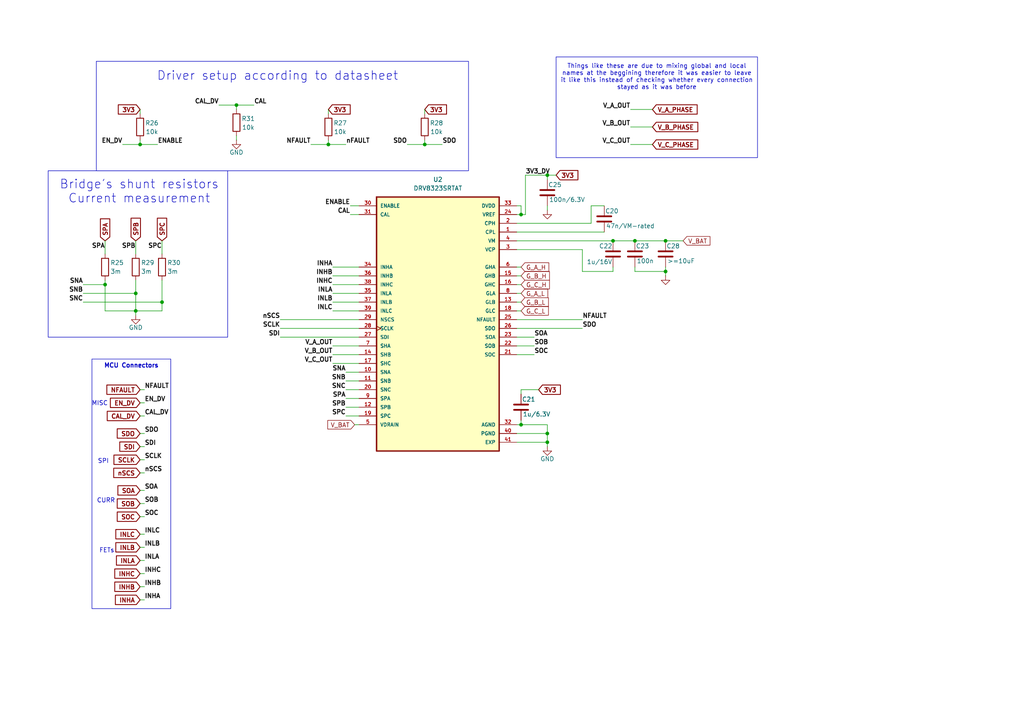
<source format=kicad_sch>
(kicad_sch (version 20250114) (generator "eeschema") (generator_version "9.0")
  (paper "A4")
  (lib_symbols
    (symbol "DRV8323SRTAT:DRV8323SRTAT" (pin_names (offset 1.016))
      (property "Reference" "U" (at -17.8131 39.1728 0))
      (property "Value" "DRV8323SRTAT" (at -17.8106 -39.6282 0))
      (symbol "DRV8323SRTAT_0_0"
        (rectangle (start -17.78 -35.56) (end 17.78 38.1) (stroke (width 0.41)) (fill (type background)))
        (pin input line (at -22.86 35.56 0) (length 5.08) (name "ENABLE") (number "30"))
        (pin input line (at -22.86 33.02 0) (length 5.08) (name "CAL") (number "31"))
        (pin input line (at -22.86 17.78 0) (length 5.08) (name "INHA") (number "34"))
        (pin input line (at -22.86 15.24 0) (length 5.08) (name "INHB") (number "36"))
        (pin input line (at -22.86 12.7 0) (length 5.08) (name "INHC") (number "38"))
        (pin input line (at -22.86 10.16 0) (length 5.08) (name "INLA") (number "35"))
        (pin input line (at -22.86 7.62 0) (length 5.08) (name "INLB") (number "37"))
        (pin input line (at -22.86 5.08 0) (length 5.08) (name "INLC") (number "39"))
        (pin input line (at -22.86 2.54 0) (length 5.08) (name "NSCS") (number "29"))
        (pin input clock (at -22.86 0 0) (length 5.08) (name "SCLK") (number "28"))
        (pin input line (at -22.86 -2.54 0) (length 5.08) (name "SDI") (number "27"))
        (pin input line (at -22.86 -5.08 0) (length 5.08) (name "SHA") (number "7"))
        (pin input line (at -22.86 -7.62 0) (length 5.08) (name "SHB") (number "14"))
        (pin input line (at -22.86 -10.16 0) (length 5.08) (name "SHC") (number "17"))
        (pin input line (at -22.86 -12.7 0) (length 5.08) (name "SNA") (number "10"))
        (pin input line (at -22.86 -15.24 0) (length 5.08) (name "SNB") (number "11"))
        (pin input line (at -22.86 -17.78 0) (length 5.08) (name "SNC") (number "20"))
        (pin input line (at -22.86 -20.32 0) (length 5.08) (name "SPA") (number "9"))
        (pin input line (at -22.86 -22.86 0) (length 5.08) (name "SPB") (number "12"))
        (pin input line (at -22.86 -25.4 0) (length 5.08) (name "SPC") (number "19"))
        (pin input line (at -22.86 -27.94 0) (length 5.08) (name "VDRAIN") (number "5"))
        (pin power_in line (at 22.86 35.56 180) (length 5.08) (name "DVDD") (number "33"))
        (pin power_in line (at 22.86 33.02 180) (length 5.08) (name "VREF") (number "24"))
        (pin power_in line (at 22.86 30.48 180) (length 5.08) (name "CPH") (number "2"))
        (pin power_in line (at 22.86 27.94 180) (length 5.08) (name "CPL") (number "1"))
        (pin power_in line (at 22.86 25.4 180) (length 5.08) (name "VM") (number "4"))
        (pin power_in line (at 22.86 22.86 180) (length 5.08) (name "VCP") (number "3"))
        (pin output line (at 22.86 17.78 180) (length 5.08) (name "GHA") (number "6"))
        (pin output line (at 22.86 15.24 180) (length 5.08) (name "GHB") (number "15"))
        (pin output line (at 22.86 12.7 180) (length 5.08) (name "GHC") (number "16"))
        (pin output line (at 22.86 10.16 180) (length 5.08) (name "GLA") (number "8"))
        (pin output line (at 22.86 7.62 180) (length 5.08) (name "GLB") (number "13"))
        (pin output line (at 22.86 5.08 180) (length 5.08) (name "GLC") (number "18"))
        (pin output line (at 22.86 2.54 180) (length 5.08) (name "NFAULT") (number "25"))
        (pin output line (at 22.86 0 180) (length 5.08) (name "SDO") (number "26"))
        (pin output line (at 22.86 -2.54 180) (length 5.08) (name "SOA") (number "23"))
        (pin output line (at 22.86 -5.08 180) (length 5.08) (name "SOB") (number "22"))
        (pin output line (at 22.86 -7.62 180) (length 5.08) (name "SOC") (number "21"))
        (pin power_in line (at 22.86 -27.94 180) (length 5.08) (name "AGND") (number "32"))
        (pin power_in line (at 22.86 -30.48 180) (length 5.08) (name "PGND") (number "40"))
        (pin power_in line (at 22.86 -33.02 180) (length 5.08) (name "EXP") (number "41"))
      )
    )
    (symbol "Device:C" (pin_numbers (hide yes)) (pin_names (offset 0.254))
      (property "Reference" "C" (at 0.635 2.54 0))
      (property "Value" "C" (at 0.635 -2.54 0))
      (symbol "C_0_1"
        (polyline (pts (xy -2.032 0.762) (xy 2.032 0.762)) (stroke (width 0.508)))
        (polyline (pts (xy -2.032 -0.762) (xy 2.032 -0.762)) (stroke (width 0.508)))
      )
      (symbol "C_1_1"
        (pin passive line (at 0 3.81 270) (length 2.794) (name "~") (number "1"))
        (pin passive line (at 0 -3.81 90) (length 2.794) (name "~") (number "2"))
      )
    )
    (symbol "Device:R" (pin_numbers (hide yes)) (pin_names (offset 0))
      (property "Reference" "R" (at 2.032 0 90))
      (property "Value" "R" (at 0 0 90))
      (symbol "R_0_1"
        (rectangle (start -1.016 -2.54) (end 1.016 2.54) (stroke (width 0.254)))
      )
      (symbol "R_1_1"
        (pin passive line (at 0 3.81 270) (length 1.27) (name "~") (number "1"))
        (pin passive line (at 0 -3.81 90) (length 1.27) (name "~") (number "2"))
      )
    )
    (symbol "power:GND" (power) (pin_numbers (hide yes)) (pin_names (offset 0) (hide yes))
      (property "Value" "GND" (at 0 -3.81 0))
      (symbol "GND_0_1"
        (polyline (pts (xy 0 0) (xy 0 -1.27) (xy 1.27 -1.27) (xy 0 -2.54) (xy -1.27 -1.27) (xy 0 -1.27)))
      )
      (symbol "GND_1_1"
        (pin power_in line (at 0 0 270) (length 0) (name "~") (number "1"))
      )
    )
  )
  (rectangle (start 13.97 49.53) (end 66.04 97.79))
  (rectangle (start 26.67 104.14) (end 49.53 176.53))
  (rectangle (start 161.29 16.51) (end 219.71 45.72))
  (rectangle (start 27.94 17.78) (end 135.89 49.53))
  (text "SPI" (at 29.972 133.858 0) (effects (font (size 1.27 1.27) (thickness 0.1588))))
  (text "MISC" (at 28.956 117.094 0) (effects (font (size 1.27 1.27) (thickness 0.1588))))
  (text "MCU Connectors" (at 38.1 106.172 0) (effects (font (size 1.27 1.27) (thickness 0.254) (bold yes))))
  (text "Driver setup according to datasheet" (at 80.518 22.098 0) (effects (font (size 2.54 2.54) (thickness 0.1588))))
  (text "FETs" (at 30.988 159.766 0) (effects (font (size 1.27 1.27) (thickness 0.1588))))
  (text "Things like these are due to mixing global and local\nnames at the beggining therefore it was easier to leave\nit like this instead of checking whether every connection\nstayed as it was before" (at 190.5 22.352 0) (effects (font (size 1.27 1.27) (thickness 0.1588))))
  (text "CURR" (at 30.734 145.288 0) (effects (font (size 1.27 1.27) (thickness 0.1588))))
  (text "Bridge's shunt resistors\nCurrent measurement" (at 40.386 55.626 0) (effects (font (size 2.54 2.54) (thickness 0.1588))))
  (junction (at 151.13 123.19))
  (junction (at 39.37 90.17))
  (junction (at 68.58 30.48))
  (junction (at 40.64 41.91))
  (junction (at 30.48 82.55))
  (junction (at 158.75 125.73))
  (junction (at 193.04 69.85))
  (junction (at 123.19 41.91))
  (junction (at 158.75 50.8))
  (junction (at 95.25 41.91))
  (junction (at 184.15 69.85))
  (junction (at 158.75 128.27))
  (junction (at 39.37 85.09))
  (junction (at 46.99 87.63))
  (junction (at 193.04 78.74))
  (junction (at 151.13 62.23))
  (junction (at 177.8 69.85))
  (wire (pts (xy 151.13 62.23) (xy 152.4 62.23)))
  (wire (pts (xy 193.04 69.85) (xy 198.12 69.85)))
  (wire (pts (xy 40.64 129.54) (xy 41.91 129.54)))
  (wire (pts (xy 193.04 78.74) (xy 193.04 77.47)))
  (wire (pts (xy 118.11 41.91) (xy 123.19 41.91)))
  (wire (pts (xy 46.99 90.17) (xy 39.37 90.17)))
  (wire (pts (xy 151.13 80.01) (xy 149.86 80.01)))
  (wire (pts (xy 30.48 81.28) (xy 30.48 82.55)))
  (wire (pts (xy 41.91 142.24) (xy 40.64 142.24)))
  (wire (pts (xy 41.91 162.56) (xy 40.64 162.56)))
  (wire (pts (xy 40.64 116.84) (xy 41.91 116.84)))
  (wire (pts (xy 189.23 41.91) (xy 182.88 41.91)))
  (wire (pts (xy 96.52 80.01) (xy 104.14 80.01)))
  (wire (pts (xy 39.37 85.09) (xy 39.37 90.17)))
  (wire (pts (xy 123.19 41.91) (xy 128.27 41.91)))
  (wire (pts (xy 40.64 41.91) (xy 45.72 41.91)))
  (wire (pts (xy 168.91 78.74) (xy 168.91 72.39)))
  (wire (pts (xy 123.19 31.75) (xy 123.19 33.02)))
  (wire (pts (xy 158.75 129.54) (xy 158.75 128.27)))
  (wire (pts (xy 24.13 85.09) (xy 39.37 85.09)))
  (wire (pts (xy 168.91 95.25) (xy 149.86 95.25)))
  (wire (pts (xy 41.91 173.99) (xy 40.64 173.99)))
  (wire (pts (xy 151.13 90.17) (xy 149.86 90.17)))
  (wire (pts (xy 100.33 107.95) (xy 104.14 107.95)))
  (wire (pts (xy 96.52 90.17) (xy 104.14 90.17)))
  (wire (pts (xy 193.04 80.01) (xy 193.04 78.74)))
  (wire (pts (xy 81.28 92.71) (xy 104.14 92.71)))
  (wire (pts (xy 41.91 154.94) (xy 40.64 154.94)))
  (wire (pts (xy 149.86 59.69) (xy 151.13 59.69)))
  (wire (pts (xy 96.52 102.87) (xy 104.14 102.87)))
  (wire (pts (xy 184.15 78.74) (xy 193.04 78.74)))
  (wire (pts (xy 177.8 69.85) (xy 184.15 69.85)))
  (wire (pts (xy 40.64 41.91) (xy 40.64 40.64)))
  (wire (pts (xy 102.87 123.19) (xy 104.14 123.19)))
  (wire (pts (xy 149.86 69.85) (xy 177.8 69.85)))
  (wire (pts (xy 96.52 82.55) (xy 104.14 82.55)))
  (wire (pts (xy 40.64 120.65) (xy 41.91 120.65)))
  (wire (pts (xy 149.86 125.73) (xy 158.75 125.73)))
  (wire (pts (xy 154.94 100.33) (xy 149.86 100.33)))
  (wire (pts (xy 156.21 113.03) (xy 151.13 113.03)))
  (wire (pts (xy 96.52 85.09) (xy 104.14 85.09)))
  (wire (pts (xy 152.4 50.8) (xy 152.4 62.23)))
  (wire (pts (xy 68.58 40.64) (xy 68.58 39.37)))
  (wire (pts (xy 100.33 120.65) (xy 104.14 120.65)))
  (wire (pts (xy 96.52 105.41) (xy 104.14 105.41)))
  (wire (pts (xy 46.99 81.28) (xy 46.99 87.63)))
  (wire (pts (xy 24.13 87.63) (xy 46.99 87.63)))
  (wire (pts (xy 158.75 50.8) (xy 161.29 50.8)))
  (wire (pts (xy 100.33 115.57) (xy 104.14 115.57)))
  (wire (pts (xy 40.64 125.73) (xy 41.91 125.73)))
  (wire (pts (xy 41.91 146.05) (xy 40.64 146.05)))
  (wire (pts (xy 63.5 30.48) (xy 68.58 30.48)))
  (wire (pts (xy 100.33 110.49) (xy 104.14 110.49)))
  (wire (pts (xy 95.25 31.75) (xy 95.25 33.02)))
  (wire (pts (xy 39.37 81.28) (xy 39.37 85.09)))
  (wire (pts (xy 41.91 158.75) (xy 40.64 158.75)))
  (wire (pts (xy 40.64 137.16) (xy 41.91 137.16)))
  (wire (pts (xy 154.94 97.79) (xy 149.86 97.79)))
  (wire (pts (xy 40.64 113.03) (xy 41.91 113.03)))
  (wire (pts (xy 68.58 31.75) (xy 68.58 30.48)))
  (wire (pts (xy 189.23 31.75) (xy 182.88 31.75)))
  (wire (pts (xy 158.75 128.27) (xy 158.75 125.73)))
  (wire (pts (xy 151.13 85.09) (xy 149.86 85.09)))
  (wire (pts (xy 189.23 36.83) (xy 182.88 36.83)))
  (wire (pts (xy 95.25 41.91) (xy 100.33 41.91)))
  (wire (pts (xy 46.99 87.63) (xy 46.99 90.17)))
  (wire (pts (xy 149.86 128.27) (xy 158.75 128.27)))
  (wire (pts (xy 41.91 149.86) (xy 40.64 149.86)))
  (wire (pts (xy 96.52 77.47) (xy 104.14 77.47)))
  (wire (pts (xy 40.64 31.75) (xy 40.64 33.02)))
  (wire (pts (xy 101.6 62.23) (xy 104.14 62.23)))
  (wire (pts (xy 100.33 118.11) (xy 104.14 118.11)))
  (wire (pts (xy 171.45 64.77) (xy 171.45 59.69)))
  (wire (pts (xy 177.8 78.74) (xy 177.8 77.47)))
  (wire (pts (xy 184.15 69.85) (xy 193.04 69.85)))
  (wire (pts (xy 100.33 113.03) (xy 104.14 113.03)))
  (wire (pts (xy 171.45 59.69) (xy 175.26 59.69)))
  (wire (pts (xy 40.64 133.35) (xy 41.91 133.35)))
  (wire (pts (xy 30.48 82.55) (xy 30.48 90.17)))
  (wire (pts (xy 154.94 102.87) (xy 149.86 102.87)))
  (wire (pts (xy 41.91 166.37) (xy 40.64 166.37)))
  (wire (pts (xy 158.75 59.69) (xy 158.75 60.96)))
  (wire (pts (xy 41.91 170.18) (xy 40.64 170.18)))
  (wire (pts (xy 151.13 121.92) (xy 151.13 123.19)))
  (wire (pts (xy 95.25 41.91) (xy 95.25 40.64)))
  (wire (pts (xy 35.56 41.91) (xy 40.64 41.91)))
  (wire (pts (xy 123.19 41.91) (xy 123.19 40.64)))
  (wire (pts (xy 149.86 67.31) (xy 175.26 67.31)))
  (wire (pts (xy 151.13 82.55) (xy 149.86 82.55)))
  (wire (pts (xy 151.13 77.47) (xy 149.86 77.47)))
  (wire (pts (xy 151.13 87.63) (xy 149.86 87.63)))
  (wire (pts (xy 151.13 113.03) (xy 151.13 114.3)))
  (wire (pts (xy 151.13 59.69) (xy 151.13 62.23)))
  (wire (pts (xy 81.28 95.25) (xy 104.14 95.25)))
  (wire (pts (xy 24.13 82.55) (xy 30.48 82.55)))
  (wire (pts (xy 68.58 30.48) (xy 73.66 30.48)))
  (wire (pts (xy 168.91 92.71) (xy 149.86 92.71)))
  (wire (pts (xy 158.75 50.8) (xy 158.75 52.07)))
  (wire (pts (xy 184.15 78.74) (xy 184.15 77.47)))
  (wire (pts (xy 39.37 90.17) (xy 30.48 90.17)))
  (wire (pts (xy 149.86 64.77) (xy 171.45 64.77)))
  (wire (pts (xy 149.86 62.23) (xy 151.13 62.23)))
  (wire (pts (xy 81.28 97.79) (xy 104.14 97.79)))
  (wire (pts (xy 168.91 78.74) (xy 177.8 78.74)))
  (wire (pts (xy 158.75 123.19) (xy 151.13 123.19)))
  (wire (pts (xy 151.13 123.19) (xy 149.86 123.19)))
  (wire (pts (xy 39.37 69.85) (xy 39.37 73.66)))
  (wire (pts (xy 96.52 87.63) (xy 104.14 87.63)))
  (wire (pts (xy 158.75 125.73) (xy 158.75 123.19)))
  (wire (pts (xy 90.17 41.91) (xy 95.25 41.91)))
  (wire (pts (xy 101.6 59.69) (xy 104.14 59.69)))
  (wire (pts (xy 30.48 69.85) (xy 30.48 73.66)))
  (wire (pts (xy 168.91 72.39) (xy 149.86 72.39)))
  (wire (pts (xy 39.37 90.17) (xy 39.37 91.44)))
  (wire (pts (xy 46.99 69.85) (xy 46.99 73.66)))
  (wire (pts (xy 152.4 50.8) (xy 158.75 50.8)))
  (wire (pts (xy 96.52 100.33) (xy 104.14 100.33)))
  (label "V_C_OUT" (at 96.52 105.41 180) (effects (font (thickness 0.254) (bold yes))))
  (label "INLC" (at 96.52 90.17 180) (effects (font (thickness 0.254) (bold yes))))
  (label "SDI" (at 41.91 129.54 0) (effects (font (thickness 0.254) (bold yes))))
  (label "SNB" (at 100.33 110.49 180) (effects (font (thickness 0.254) (bold yes))))
  (label "INLA" (at 41.91 162.56 0) (effects (font (thickness 0.254) (bold yes))))
  (label "SOC" (at 41.91 149.86 0) (effects (font (thickness 0.254) (bold yes))))
  (label "INLB" (at 96.52 87.63 180) (effects (font (thickness 0.254) (bold yes))))
  (label "INHC" (at 96.52 82.55 180) (effects (font (thickness 0.254) (bold yes))))
  (label "ENABLE" (at 101.6 59.69 180) (effects (font (thickness 0.254) (bold yes))))
  (label "SNC" (at 100.33 113.03 180) (effects (font (thickness 0.254) (bold yes))))
  (label "INHC" (at 41.91 166.37 0) (effects (font (thickness 0.254) (bold yes))))
  (label "INHB" (at 96.52 80.01 180) (effects (font (thickness 0.254) (bold yes))))
  (label "SCLK" (at 41.91 133.35 0) (effects (font (thickness 0.254) (bold yes))))
  (label "SDO" (at 128.27 41.91 0) (effects (font (thickness 0.254) (bold yes))))
  (label "SPA" (at 30.48 72.39 180) (effects (font (thickness 0.254) (bold yes))))
  (label "SDO" (at 41.91 125.73 0) (effects (font (thickness 0.254) (bold yes))))
  (label "nSCS" (at 81.28 92.71 180) (effects (font (thickness 0.254) (bold yes))))
  (label "CAL_DV" (at 41.91 120.65 0) (effects (font (thickness 0.254) (bold yes))))
  (label "SNA" (at 24.13 82.55 180) (effects (font (thickness 0.254) (bold yes))))
  (label "V_A_OUT" (at 96.52 100.33 180) (effects (font (thickness 0.254) (bold yes))))
  (label "INLC" (at 41.91 154.94 0) (effects (font (thickness 0.254) (bold yes))))
  (label "NFAULT" (at 168.91 92.71 0) (effects (font (thickness 0.254) (bold yes))))
  (label "V_B_OUT" (at 96.52 102.87 180) (effects (font (thickness 0.254) (bold yes))))
  (label "SOA" (at 41.91 142.24 0) (effects (font (thickness 0.254) (bold yes))))
  (label "EN_DV" (at 35.56 41.91 180) (effects (font (thickness 0.254) (bold yes))))
  (label "INHA" (at 41.91 173.99 0) (effects (font (thickness 0.254) (bold yes))))
  (label "CAL_DV" (at 63.5 30.48 180) (effects (font (thickness 0.254) (bold yes))))
  (label "SCLK" (at 81.28 95.25 180) (effects (font (thickness 0.254) (bold yes))))
  (label "ENABLE" (at 45.72 41.91 0) (effects (font (thickness 0.254) (bold yes))))
  (label "SNA" (at 100.33 107.95 180) (effects (font (thickness 0.254) (bold yes))))
  (label "INHB" (at 41.91 170.18 0) (effects (font (thickness 0.254) (bold yes))))
  (label "INLB" (at 41.91 158.75 0) (effects (font (thickness 0.254) (bold yes))))
  (label "INHA" (at 96.52 77.47 180) (effects (font (thickness 0.254) (bold yes))))
  (label "SOA" (at 154.94 97.79 0) (effects (font (thickness 0.254) (bold yes))))
  (label "SPB" (at 39.37 72.39 180) (effects (font (thickness 0.254) (bold yes))))
  (label "SOC" (at 154.94 102.87 0) (effects (font (thickness 0.254) (bold yes))))
  (label "nFAULT" (at 100.33 41.91 0) (effects (font (thickness 0.254) (bold yes))))
  (label "V_A_OUT" (at 182.88 31.75 180) (effects (font (thickness 0.254) (bold yes))))
  (label "SPA" (at 100.33 115.57 180) (effects (font (thickness 0.254) (bold yes))))
  (label "SPC" (at 100.33 120.65 180) (effects (font (thickness 0.254) (bold yes))))
  (label "SDI" (at 81.28 97.79 180) (effects (font (thickness 0.254) (bold yes))))
  (label "V_B_OUT" (at 182.88 36.83 180) (effects (font (thickness 0.254) (bold yes))))
  (label "EN_DV" (at 41.91 116.84 0) (effects (font (thickness 0.254) (bold yes))))
  (label "CAL" (at 101.6 62.23 180) (effects (font (thickness 0.254) (bold yes))))
  (label "INLA" (at 96.52 85.09 180) (effects (font (thickness 0.254) (bold yes))))
  (label "SDO" (at 168.91 95.25 0) (effects (font (thickness 0.254) (bold yes))))
  (label "SPC" (at 46.99 72.39 180) (effects (font (thickness 0.254) (bold yes))))
  (label "NFAULT" (at 41.91 113.03 0) (effects (font (thickness 0.254) (bold yes))))
  (label "SOB" (at 154.94 100.33 0) (effects (font (thickness 0.254) (bold yes))))
  (label "nSCS" (at 41.91 137.16 0) (effects (font (thickness 0.254) (bold yes))))
  (label "SPB" (at 100.33 118.11 180) (effects (font (thickness 0.254) (bold yes))))
  (label "SNB" (at 24.13 85.09 180) (effects (font (thickness 0.254) (bold yes))))
  (label "SNC" (at 24.13 87.63 180) (effects (font (thickness 0.254) (bold yes))))
  (label "SDO" (at 118.11 41.91 180) (effects (font (thickness 0.254) (bold yes))))
  (label "3V3_DV" (at 152.4 50.8 0) (effects (font (thickness 0.254) (bold yes))))
  (label "V_C_OUT" (at 182.88 41.91 180) (effects (font (thickness 0.254) (bold yes))))
  (label "CAL" (at 73.66 30.48 0) (effects (font (thickness 0.254) (bold yes))))
  (label "SOB" (at 41.91 146.05 0) (effects (font (thickness 0.254) (bold yes))))
  (label "NFAULT" (at 90.17 41.91 180) (effects (font (thickness 0.254) (bold yes))))
  (global_label "G_B_H" (shape input) (at 151.13 80.01 0) (property "Intersheetrefs" "${INTERSHEET_REFS}" (effects (hide yes))))
  (global_label "SOA" (shape input) (at 40.64 142.24 180) (effects (font (thickness 0.254) (bold yes))) (property "Intersheetrefs" "${INTERSHEET_REFS}" (effects (hide yes))))
  (global_label "INLB" (shape input) (at 40.64 158.75 180) (effects (font (thickness 0.254) (bold yes))) (property "Intersheetrefs" "${INTERSHEET_REFS}" (effects (hide yes))))
  (global_label "nSCS" (shape input) (at 40.64 137.16 180) (effects (font (thickness 0.254) (bold yes))) (property "Intersheetrefs" "${INTERSHEET_REFS}" (effects (hide yes))))
  (global_label "CAL_DV" (shape input) (at 40.64 120.65 180) (effects (font (thickness 0.254) (bold yes))) (property "Intersheetrefs" "${INTERSHEET_REFS}" (effects (hide yes))))
  (global_label "INHB" (shape input) (at 40.64 170.18 180) (effects (font (thickness 0.254) (bold yes))) (property "Intersheetrefs" "${INTERSHEET_REFS}" (effects (hide yes))))
  (global_label "V_BAT" (shape input) (at 102.87 123.19 180) (property "Intersheetrefs" "${INTERSHEET_REFS}" (effects (hide yes))))
  (global_label "V_BAT" (shape input) (at 198.12 69.85 0) (property "Intersheetrefs" "${INTERSHEET_REFS}" (effects (hide yes))))
  (global_label "3V3" (shape input) (at 156.21 113.03 0) (effects (font (thickness 0.254) (bold yes))) (property "Intersheetrefs" "${INTERSHEET_REFS}" (effects (hide yes))))
  (global_label "SDO" (shape input) (at 40.64 125.73 180) (effects (font (thickness 0.254) (bold yes))) (property "Intersheetrefs" "${INTERSHEET_REFS}" (effects (hide yes))))
  (global_label "INHA" (shape input) (at 40.64 173.99 180) (effects (font (thickness 0.254) (bold yes))) (property "Intersheetrefs" "${INTERSHEET_REFS}" (effects (hide yes))))
  (global_label "G_C_L" (shape input) (at 151.13 90.17 0) (property "Intersheetrefs" "${INTERSHEET_REFS}" (effects (hide yes))))
  (global_label "INLA" (shape input) (at 40.64 162.56 180) (effects (font (thickness 0.254) (bold yes))) (property "Intersheetrefs" "${INTERSHEET_REFS}" (effects (hide yes))))
  (global_label "SPB" (shape input) (at 39.37 69.85 90) (effects (font (thickness 0.254) (bold yes))) (property "Intersheetrefs" "${INTERSHEET_REFS}" (effects (hide yes))))
  (global_label "3V3" (shape input) (at 40.64 31.75 180) (effects (font (thickness 0.254) (bold yes))) (property "Intersheetrefs" "${INTERSHEET_REFS}" (effects (hide yes))))
  (global_label "3V3" (shape input) (at 123.19 31.75 0) (effects (font (thickness 0.254) (bold yes))) (property "Intersheetrefs" "${INTERSHEET_REFS}" (effects (hide yes))))
  (global_label "V_B_PHASE" (shape input) (at 189.23 36.83 0) (effects (font (thickness 0.254) (bold yes))) (property "Intersheetrefs" "${INTERSHEET_REFS}" (effects (hide yes))))
  (global_label "INHC" (shape input) (at 40.64 166.37 180) (effects (font (thickness 0.254) (bold yes))) (property "Intersheetrefs" "${INTERSHEET_REFS}" (effects (hide yes))))
  (global_label "SOC" (shape input) (at 40.64 149.86 180) (effects (font (thickness 0.254) (bold yes))) (property "Intersheetrefs" "${INTERSHEET_REFS}" (effects (hide yes))))
  (global_label "3V3" (shape input) (at 95.25 31.75 0) (effects (font (thickness 0.254) (bold yes))) (property "Intersheetrefs" "${INTERSHEET_REFS}" (effects (hide yes))))
  (global_label "G_B_L" (shape input) (at 151.13 87.63 0) (property "Intersheetrefs" "${INTERSHEET_REFS}" (effects (hide yes))))
  (global_label "V_C_PHASE" (shape input) (at 189.23 41.91 0) (effects (font (thickness 0.254) (bold yes))) (property "Intersheetrefs" "${INTERSHEET_REFS}" (effects (hide yes))))
  (global_label "SDI" (shape input) (at 40.64 129.54 180) (effects (font (thickness 0.254) (bold yes))) (property "Intersheetrefs" "${INTERSHEET_REFS}" (effects (hide yes))))
  (global_label "SPC" (shape input) (at 46.99 69.85 90) (effects (font (thickness 0.254) (bold yes))) (property "Intersheetrefs" "${INTERSHEET_REFS}" (effects (hide yes))))
  (global_label "SCLK" (shape input) (at 40.64 133.35 180) (effects (font (thickness 0.254) (bold yes))) (property "Intersheetrefs" "${INTERSHEET_REFS}" (effects (hide yes))))
  (global_label "G_A_H" (shape input) (at 151.13 77.47 0) (property "Intersheetrefs" "${INTERSHEET_REFS}" (effects (hide yes))))
  (global_label "SPA" (shape input) (at 30.48 69.85 90) (effects (font (thickness 0.254) (bold yes))) (property "Intersheetrefs" "${INTERSHEET_REFS}" (effects (hide yes))))
  (global_label "G_C_H" (shape input) (at 151.13 82.55 0) (property "Intersheetrefs" "${INTERSHEET_REFS}" (effects (hide yes))))
  (global_label "EN_DV" (shape input) (at 40.64 116.84 180) (effects (font (thickness 0.254) (bold yes))) (property "Intersheetrefs" "${INTERSHEET_REFS}" (effects (hide yes))))
  (global_label "3V3" (shape input) (at 161.29 50.8 0) (effects (font (thickness 0.254) (bold yes))) (property "Intersheetrefs" "${INTERSHEET_REFS}" (effects (hide yes))))
  (global_label "G_A_L" (shape input) (at 151.13 85.09 0) (property "Intersheetrefs" "${INTERSHEET_REFS}" (effects (hide yes))))
  (global_label "INLC" (shape input) (at 40.64 154.94 180) (effects (font (thickness 0.254) (bold yes))) (property "Intersheetrefs" "${INTERSHEET_REFS}" (effects (hide yes))))
  (global_label "NFAULT" (shape input) (at 40.64 113.03 180) (effects (font (thickness 0.254) (bold yes))) (property "Intersheetrefs" "${INTERSHEET_REFS}" (effects (hide yes))))
  (global_label "V_A_PHASE" (shape input) (at 189.23 31.75 0) (effects (font (thickness 0.254) (bold yes))) (property "Intersheetrefs" "${INTERSHEET_REFS}" (effects (hide yes))))
  (global_label "SOB" (shape input) (at 40.64 146.05 180) (effects (font (thickness 0.254) (bold yes))) (property "Intersheetrefs" "${INTERSHEET_REFS}" (effects (hide yes))))
  (symbol (lib_id "Device:R") (at 95.25 36.83 180) (unit 1)
    (property "Reference" "R27" (at 98.679 35.687 0))
    (property "Value" "10k" (at 98.679 38.227 0))
    (property "Footprint" "Resistor_SMD:R_0603_1608Metric" (effects (hide yes)))
    (property "Description" "Resistor" (effects (hide yes)))
  )
  (symbol (lib_id "Device:C") (at 175.26 63.5 0) (unit 1)
    (property "Reference" "C20" (at 175.514 61.214 0) (effects (justify left)))
    (property "Value" "47n/VM-rated" (at 175.768 65.532 0) (effects (justify left)))
    (property "Footprint" "Capacitor_SMD:C_0805_2012Metric" (effects (hide yes)))
    (property "Description" "Unpolarized capacitor" (effects (hide yes)))
  )
  (symbol (lib_id "DRV8323SRTAT:DRV8323SRTAT") (at 127 95.25 0) (unit 1)
    (property "Reference" "U2" (at 127 52.07 0))
    (property "Value" "DRV8323SRTAT" (at 127 54.61 0))
    (property "Footprint" "DRV8323SRTAT:QFN50P600X600X80-41N415X415" (effects (hide yes)))
    (property "MF" "Texas Instruments" (effects (hide yes)))
    (property "Description_1" "65-V max 3-phase smart gate driver with current shunt amplifiers" (effects (hide yes)))
    (property "PACKAGE" "WQFN-40" (effects (hide yes)))
    (property "Price" "None" (effects (hide yes)))
    (property "Package" "WQFN-40 Texas Instruments" (effects (hide yes)))
    (property "PACKAGE_ID" "5744" (effects (hide yes)))
    (property "SnapEDA_Link" "https://www.snapeda.com/parts/DRV8323SRTAT/Texas+Instruments/view-part/?ref=snap" (effects (hide yes)))
    (property "MP" "DRV8323SRTAT" (effects (hide yes)))
    (property "Purchase-URL" "https://www.snapeda.com/api/url_track_click_mouser/?unipart_id=1675025&manufacturer=Texas Instruments&part_name=DRV8323SRTAT&search_term=None" (effects (hide yes)))
    (property "Availability" "In Stock" (effects (hide yes)))
    (property "Check_prices" "https://www.snapeda.com/parts/DRV8323SRTAT/Texas+Instruments/view-part/?ref=eda" (effects (hide yes)))
  )
  (symbol (lib_id "power:GND") (at 158.75 60.96 0) (unit 1)
    (property "Reference" "#PWR019" (effects (hide yes)))
    (property "Value" "GND" (effects (hide yes)))
    (property "Description" "Power symbol creates a global label with name \"GND\" , ground" (effects (hide yes)))
  )
  (symbol (lib_id "power:GND") (at 39.37 91.44 0) (unit 1)
    (property "Reference" "#PWR011" (effects (hide yes)))
    (property "Value" "GND" (at 39.37 94.996 0))
    (property "Description" "Power symbol creates a global label with name \"GND\" , ground" (effects (hide yes)))
  )
  (symbol (lib_id "power:GND") (at 158.75 129.54 0) (unit 1)
    (property "Reference" "#PWR016" (effects (hide yes)))
    (property "Value" "GND" (at 158.75 133.096 0))
    (property "Description" "Power symbol creates a global label with name \"GND\" , ground" (effects (hide yes)))
  )
  (symbol (lib_id "Device:R") (at 123.19 36.83 180) (unit 1)
    (property "Reference" "R28" (at 126.619 35.687 0))
    (property "Value" "10k" (at 126.619 38.227 0))
    (property "Footprint" "Resistor_SMD:R_0603_1608Metric" (effects (hide yes)))
    (property "Description" "Resistor" (effects (hide yes)))
  )
  (symbol (lib_id "Device:C") (at 184.15 73.66 0) (unit 1)
    (property "Reference" "C23" (at 184.404 71.374 0) (effects (justify left)))
    (property "Value" "100n" (at 184.658 75.692 0) (effects (justify left)))
    (property "Footprint" "Capacitor_SMD:C_0805_2012Metric" (effects (hide yes)))
    (property "Description" "Unpolarized capacitor" (effects (hide yes)))
  )
  (symbol (lib_id "Device:C") (at 193.04 73.66 0) (unit 1)
    (property "Reference" "C28" (at 193.294 71.374 0) (effects (justify left)))
    (property "Value" ">=10uF" (at 193.548 75.692 0) (effects (justify left)))
    (property "Footprint" "Capacitor_SMD:C_0805_2012Metric" (effects (hide yes)))
    (property "Description" "Unpolarized capacitor" (effects (hide yes)))
  )
  (symbol (lib_id "Device:R") (at 30.48 77.47 0) (unit 1)
    (property "Reference" "R25" (at 32.004 76.2 0) (effects (justify left)))
    (property "Value" "3m" (at 32.004 78.74 0) (effects (justify left)))
    (property "Footprint" "Resistor_SMD:R_2512_6332Metric" (effects (hide yes)))
    (property "Description" "Resistor" (effects (hide yes)))
  )
  (symbol (lib_id "Device:R") (at 46.99 77.47 0) (unit 1)
    (property "Reference" "R30" (at 48.514 76.2 0) (effects (justify left)))
    (property "Value" "3m" (at 48.514 78.74 0) (effects (justify left)))
    (property "Footprint" "Resistor_SMD:R_2512_6332Metric" (effects (hide yes)))
    (property "Description" "Resistor" (effects (hide yes)))
  )
  (symbol (lib_id "Device:C") (at 151.13 118.11 0) (unit 1)
    (property "Reference" "C21" (at 151.384 115.824 0) (effects (justify left)))
    (property "Value" "1u/6.3V" (at 151.638 120.142 0) (effects (justify left)))
    (property "Footprint" "Capacitor_SMD:C_0805_2012Metric" (effects (hide yes)))
    (property "Description" "Unpolarized capacitor" (effects (hide yes)))
  )
  (symbol (lib_id "Device:C") (at 177.8 73.66 0) (unit 1)
    (property "Reference" "C22" (at 173.736 71.374 0) (effects (justify left)))
    (property "Value" "1u/16V" (at 170.18 75.946 0) (effects (justify left)))
    (property "Footprint" "Capacitor_SMD:C_0805_2012Metric" (effects (hide yes)))
    (property "Description" "Unpolarized capacitor" (effects (hide yes)))
  )
  (symbol (lib_id "power:GND") (at 193.04 80.01 0) (unit 1)
    (property "Reference" "#PWR018" (effects (hide yes)))
    (property "Value" "GND" (effects (hide yes)))
    (property "Description" "Power symbol creates a global label with name \"GND\" , ground" (effects (hide yes)))
  )
  (symbol (lib_id "Device:R") (at 40.64 36.83 180) (unit 1)
    (property "Reference" "R26" (at 44.069 35.687 0))
    (property "Value" "10k" (at 44.069 38.227 0))
    (property "Footprint" "Resistor_SMD:R_0603_1608Metric" (effects (hide yes)))
    (property "Description" "Resistor" (effects (hide yes)))
  )
  (symbol (lib_id "Device:R") (at 39.37 77.47 0) (unit 1)
    (property "Reference" "R29" (at 40.894 76.2 0) (effects (justify left)))
    (property "Value" "3m" (at 40.894 78.74 0) (effects (justify left)))
    (property "Footprint" "Resistor_SMD:R_2512_6332Metric" (effects (hide yes)))
    (property "Description" "Resistor" (effects (hide yes)))
  )
  (symbol (lib_id "power:GND") (at 68.58 40.64 0) (unit 1)
    (property "Reference" "#PWR012" (effects (hide yes)))
    (property "Value" "GND" (at 68.58 44.196 0))
    (property "Description" "Power symbol creates a global label with name \"GND\" , ground" (effects (hide yes)))
  )
  (symbol (lib_id "Device:R") (at 68.58 35.56 180) (unit 1)
    (property "Reference" "R31" (at 72.009 34.417 0))
    (property "Value" "10k" (at 72.009 36.957 0))
    (property "Footprint" "Resistor_SMD:R_0603_1608Metric" (effects (hide yes)))
    (property "Description" "Resistor" (effects (hide yes)))
  )
  (symbol (lib_id "Device:C") (at 158.75 55.88 0) (unit 1)
    (property "Reference" "C25" (at 159.004 53.594 0) (effects (justify left)))
    (property "Value" "100n/6.3V" (at 159.258 57.912 0) (effects (justify left)))
    (property "Footprint" "Capacitor_SMD:C_0805_2012Metric" (effects (hide yes)))
    (property "Description" "Unpolarized capacitor" (effects (hide yes)))
  )
)
</source>
